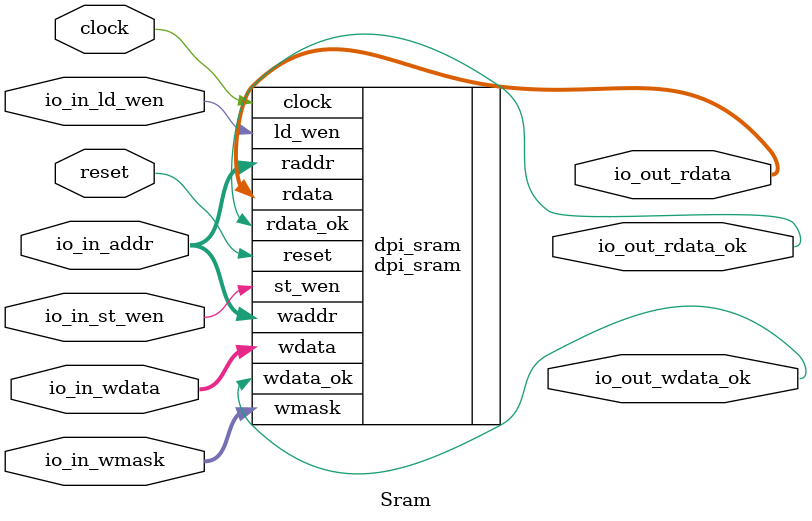
<source format=sv>
module Sram(	// @[<stdin>:1477:3]
  input         clock,	// @[<stdin>:1478:11]
                reset,	// @[<stdin>:1479:11]
                io_in_st_wen,	// @[playground/src/Sram.scala:6:12]
                io_in_ld_wen,	// @[playground/src/Sram.scala:6:12]
  input  [31:0] io_in_addr,	// @[playground/src/Sram.scala:6:12]
  input  [7:0]  io_in_wmask,	// @[playground/src/Sram.scala:6:12]
  input  [31:0] io_in_wdata,	// @[playground/src/Sram.scala:6:12]
  output [31:0] io_out_rdata,	// @[playground/src/Sram.scala:6:12]
  output        io_out_rdata_ok,	// @[playground/src/Sram.scala:6:12]
                io_out_wdata_ok	// @[playground/src/Sram.scala:6:12]
);

  dpi_sram dpi_sram (	// @[playground/src/Sram.scala:12:22]
    .clock    (clock),
    .reset    (reset),
    .ld_wen   (io_in_ld_wen),
    .st_wen   (io_in_st_wen),
    .raddr    (io_in_addr),
    .wmask    (io_in_wmask),
    .waddr    (io_in_addr),
    .wdata    (io_in_wdata),
    .rdata    (io_out_rdata),
    .rdata_ok (io_out_rdata_ok),
    .wdata_ok (io_out_wdata_ok)
  );
endmodule


</source>
